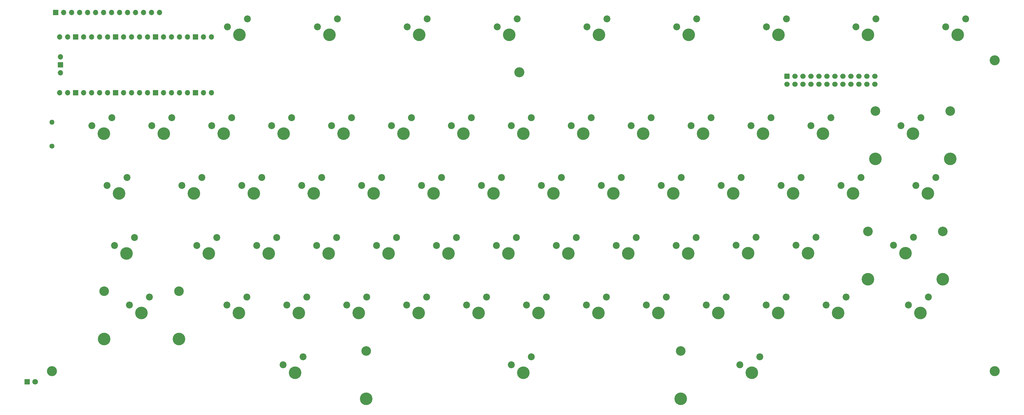
<source format=gts>
G04 #@! TF.GenerationSoftware,KiCad,Pcbnew,(6.0.1)*
G04 #@! TF.CreationDate,2022-09-12T21:23:08-07:00*
G04 #@! TF.ProjectId,Atari130MX_wasdkb,41746172-6931-4333-904d-585f77617364,Ds*
G04 #@! TF.SameCoordinates,Original*
G04 #@! TF.FileFunction,Soldermask,Top*
G04 #@! TF.FilePolarity,Negative*
%FSLAX46Y46*%
G04 Gerber Fmt 4.6, Leading zero omitted, Abs format (unit mm)*
G04 Created by KiCad (PCBNEW (6.0.1)) date 2022-09-12 21:23:08*
%MOMM*%
%LPD*%
G01*
G04 APERTURE LIST*
G04 Aperture macros list*
%AMRoundRect*
0 Rectangle with rounded corners*
0 $1 Rounding radius*
0 $2 $3 $4 $5 $6 $7 $8 $9 X,Y pos of 4 corners*
0 Add a 4 corners polygon primitive as box body*
4,1,4,$2,$3,$4,$5,$6,$7,$8,$9,$2,$3,0*
0 Add four circle primitives for the rounded corners*
1,1,$1+$1,$2,$3*
1,1,$1+$1,$4,$5*
1,1,$1+$1,$6,$7*
1,1,$1+$1,$8,$9*
0 Add four rect primitives between the rounded corners*
20,1,$1+$1,$2,$3,$4,$5,0*
20,1,$1+$1,$4,$5,$6,$7,0*
20,1,$1+$1,$6,$7,$8,$9,0*
20,1,$1+$1,$8,$9,$2,$3,0*%
G04 Aperture macros list end*
%ADD10C,2.200000*%
%ADD11C,4.000000*%
%ADD12C,3.050000*%
%ADD13C,3.200000*%
%ADD14RoundRect,0.250000X-0.600000X0.600000X-0.600000X-0.600000X0.600000X-0.600000X0.600000X0.600000X0*%
%ADD15C,1.700000*%
%ADD16O,1.700000X1.700000*%
%ADD17R,1.700000X1.700000*%
%ADD18O,1.600000X1.600000*%
%ADD19C,1.600000*%
%ADD20C,1.800000*%
%ADD21R,1.800000X1.800000*%
G04 APERTURE END LIST*
D10*
X315861550Y-116130000D03*
X309511550Y-118670000D03*
D11*
X313321550Y-121210000D03*
D12*
X53777800Y-114304375D03*
D11*
X65671550Y-121210000D03*
X77577800Y-129544375D03*
X53777800Y-129544375D03*
D12*
X77577800Y-114304375D03*
D10*
X68211550Y-116130000D03*
X61861550Y-118670000D03*
D12*
X296665300Y-95254375D03*
D11*
X308559050Y-102160000D03*
X320465300Y-110494375D03*
X296665300Y-110494375D03*
D12*
X320465300Y-95254375D03*
D10*
X311099050Y-97080000D03*
X304749050Y-99620000D03*
X63449050Y-97150000D03*
X57099050Y-99690000D03*
D11*
X60909050Y-102230000D03*
D10*
X318242800Y-78030000D03*
X311892800Y-80570000D03*
D11*
X315702800Y-83110000D03*
D10*
X61067800Y-78055400D03*
X54717800Y-80595400D03*
D11*
X58527800Y-83135400D03*
D12*
X322834050Y-56916250D03*
D11*
X310940300Y-64060000D03*
D12*
X299034050Y-56916250D03*
D11*
X322834050Y-72156250D03*
X299034050Y-72156250D03*
D10*
X313480300Y-58980000D03*
X307130300Y-61520000D03*
D12*
X237121550Y-133354375D03*
X137121550Y-133354375D03*
D11*
X137121550Y-148594375D03*
X237121550Y-148594375D03*
X187115300Y-140260000D03*
D10*
X189655300Y-135180000D03*
X183305300Y-137720000D03*
X117027175Y-135180000D03*
X110677175Y-137720000D03*
D11*
X114487175Y-140260000D03*
D10*
X262283425Y-135180000D03*
X255933425Y-137720000D03*
D11*
X259743425Y-140260000D03*
D13*
X185810000Y-44550000D03*
X336940000Y-139800000D03*
X336940000Y-40740000D03*
X37220000Y-139800000D03*
D14*
X270900000Y-45820000D03*
D15*
X273440000Y-45820000D03*
X275980000Y-45820000D03*
X278520000Y-45820000D03*
X281060000Y-45820000D03*
X283600000Y-45820000D03*
X286140000Y-45820000D03*
X288680000Y-45820000D03*
X291220000Y-45820000D03*
X293760000Y-45820000D03*
X296300000Y-45820000D03*
X298840000Y-45820000D03*
X270900000Y-48360000D03*
X273440000Y-48360000D03*
X275980000Y-48360000D03*
X278520000Y-48360000D03*
X281060000Y-48360000D03*
X283600000Y-48360000D03*
X286140000Y-48360000D03*
X288680000Y-48360000D03*
X291220000Y-48360000D03*
X293760000Y-48360000D03*
X296300000Y-48360000D03*
X298840000Y-48360000D03*
D16*
X87970000Y-51025000D03*
X85430000Y-51025000D03*
D17*
X82890000Y-51025000D03*
D16*
X80350000Y-51025000D03*
X77810000Y-51025000D03*
X75270000Y-51025000D03*
X72730000Y-51025000D03*
D17*
X70190000Y-51025000D03*
D16*
X67650000Y-51025000D03*
X65110000Y-51025000D03*
X62570000Y-51025000D03*
X60030000Y-51025000D03*
D17*
X57490000Y-51025000D03*
D16*
X54950000Y-51025000D03*
X52410000Y-51025000D03*
X49870000Y-51025000D03*
X47330000Y-51025000D03*
D17*
X44790000Y-51025000D03*
D16*
X42250000Y-51025000D03*
X39710000Y-51025000D03*
X39710000Y-33245000D03*
X42250000Y-33245000D03*
D17*
X44790000Y-33245000D03*
D16*
X47330000Y-33245000D03*
X49870000Y-33245000D03*
X52410000Y-33245000D03*
X54950000Y-33245000D03*
D17*
X57490000Y-33245000D03*
D16*
X60030000Y-33245000D03*
X62570000Y-33245000D03*
X65110000Y-33245000D03*
X67650000Y-33245000D03*
D17*
X70190000Y-33245000D03*
D16*
X72730000Y-33245000D03*
X75270000Y-33245000D03*
X77810000Y-33245000D03*
X80350000Y-33245000D03*
D17*
X82890000Y-33245000D03*
D16*
X85430000Y-33245000D03*
X87970000Y-33245000D03*
X39940000Y-44675000D03*
D17*
X39940000Y-42135000D03*
D16*
X39940000Y-39595000D03*
D10*
X185125000Y-27530000D03*
D11*
X182585000Y-32610000D03*
D10*
X178775000Y-30070000D03*
X156550000Y-27530000D03*
D11*
X154010000Y-32610000D03*
D10*
X150200000Y-30070000D03*
X127975000Y-27530000D03*
D11*
X125435000Y-32610000D03*
D10*
X121625000Y-30070000D03*
X99400000Y-27530000D03*
D11*
X96860000Y-32610000D03*
D10*
X93050000Y-30070000D03*
D18*
X37220000Y-60425000D03*
D19*
X37220000Y-68045000D03*
D17*
X38440000Y-25500000D03*
D16*
X40980000Y-25500000D03*
X43520000Y-25500000D03*
X46060000Y-25500000D03*
X48600000Y-25500000D03*
X51140000Y-25500000D03*
X53680000Y-25500000D03*
X56220000Y-25500000D03*
X58760000Y-25500000D03*
X61300000Y-25500000D03*
X63840000Y-25500000D03*
X66380000Y-25500000D03*
X68920000Y-25500000D03*
X71460000Y-25500000D03*
D10*
X242200000Y-27530000D03*
D11*
X239660000Y-32610000D03*
D10*
X235850000Y-30070000D03*
X270700000Y-27530000D03*
D11*
X268160000Y-32610000D03*
D10*
X264350000Y-30070000D03*
X327700000Y-27530000D03*
D11*
X325160000Y-32610000D03*
D10*
X321350000Y-30070000D03*
X299200000Y-27530000D03*
D11*
X296660000Y-32610000D03*
D10*
X292850000Y-30070000D03*
X213700000Y-27530000D03*
D11*
X211160000Y-32610000D03*
D10*
X207350000Y-30070000D03*
D20*
X31900000Y-143200000D03*
D21*
X29360000Y-143200000D03*
D11*
X96627800Y-121210000D03*
D10*
X92817800Y-118670000D03*
X99167800Y-116130000D03*
X180130300Y-78030000D03*
X173780300Y-80570000D03*
D11*
X177590300Y-83110000D03*
X115677800Y-121210000D03*
D10*
X111867800Y-118670000D03*
X118217800Y-116130000D03*
X103930300Y-78030000D03*
X97580300Y-80570000D03*
D11*
X101390300Y-83110000D03*
X153777800Y-121210000D03*
D10*
X149967800Y-118670000D03*
X156317800Y-116130000D03*
X199180300Y-78030000D03*
X192830300Y-80570000D03*
D11*
X196640300Y-83110000D03*
D10*
X161080300Y-78030000D03*
X154730300Y-80570000D03*
D11*
X158540300Y-83110000D03*
D10*
X280142800Y-97080000D03*
X273792800Y-99620000D03*
D11*
X277602800Y-102160000D03*
X268077800Y-121210000D03*
D10*
X264267800Y-118670000D03*
X270617800Y-116130000D03*
D11*
X287127800Y-121210000D03*
D10*
X283317800Y-118670000D03*
X289667800Y-116130000D03*
D11*
X106152800Y-102230000D03*
D10*
X102342800Y-99690000D03*
X108692800Y-97150000D03*
X142030300Y-78030000D03*
X135680300Y-80570000D03*
D11*
X139490300Y-83110000D03*
X82340300Y-83110000D03*
D10*
X78530300Y-80570000D03*
X84880300Y-78030000D03*
X261092800Y-97080000D03*
X254742800Y-99620000D03*
D11*
X258552800Y-102160000D03*
X249027800Y-121210000D03*
D10*
X245217800Y-118670000D03*
X251567800Y-116130000D03*
X256330300Y-78030000D03*
X249980300Y-80570000D03*
D11*
X253790300Y-83110000D03*
D10*
X237280300Y-78030000D03*
X230930300Y-80570000D03*
D11*
X234740300Y-83110000D03*
X191877800Y-121210000D03*
D10*
X188067800Y-118670000D03*
X194417800Y-116130000D03*
D11*
X210927800Y-121210000D03*
D10*
X207117800Y-118670000D03*
X213467800Y-116130000D03*
D11*
X263315300Y-64060000D03*
D10*
X259505300Y-61520000D03*
X265855300Y-58980000D03*
D11*
X239502800Y-102230000D03*
D10*
X235692800Y-99690000D03*
X242042800Y-97150000D03*
D11*
X220452800Y-102230000D03*
D10*
X216642800Y-99690000D03*
X222992800Y-97150000D03*
D11*
X201402800Y-102230000D03*
D10*
X197592800Y-99690000D03*
X203942800Y-97150000D03*
X218230300Y-78030000D03*
X211880300Y-80570000D03*
D11*
X215690300Y-83110000D03*
X182352800Y-102230000D03*
D10*
X178542800Y-99690000D03*
X184892800Y-97150000D03*
D11*
X282365300Y-64060000D03*
D10*
X278555300Y-61520000D03*
X284905300Y-58980000D03*
D11*
X163302800Y-102230000D03*
D10*
X159492800Y-99690000D03*
X165842800Y-97150000D03*
D11*
X144252800Y-102230000D03*
D10*
X140442800Y-99690000D03*
X146792800Y-97150000D03*
D11*
X53760000Y-64060000D03*
D10*
X49950000Y-61520000D03*
X56300000Y-58980000D03*
X294430300Y-78030000D03*
X288080300Y-80570000D03*
D11*
X291890300Y-83110000D03*
D10*
X122980300Y-78030000D03*
X116630300Y-80570000D03*
D11*
X120440300Y-83110000D03*
D10*
X275380300Y-78030000D03*
X269030300Y-80570000D03*
D11*
X272840300Y-83110000D03*
X125202800Y-102230000D03*
D10*
X121392800Y-99690000D03*
X127742800Y-97150000D03*
D11*
X229977800Y-121210000D03*
D10*
X226167800Y-118670000D03*
X232517800Y-116130000D03*
D11*
X134727800Y-121210000D03*
D10*
X130917800Y-118670000D03*
X137267800Y-116130000D03*
D11*
X172827800Y-121210000D03*
D10*
X169017800Y-118670000D03*
X175367800Y-116130000D03*
D11*
X87102800Y-102230000D03*
D10*
X83292800Y-99690000D03*
X89642800Y-97150000D03*
D11*
X225215300Y-64060000D03*
D10*
X221405300Y-61520000D03*
X227755300Y-58980000D03*
D11*
X206165300Y-64060000D03*
D10*
X202355300Y-61520000D03*
X208705300Y-58980000D03*
D11*
X187115300Y-64060000D03*
D10*
X183305300Y-61520000D03*
X189655300Y-58980000D03*
D11*
X168065300Y-64060000D03*
D10*
X164255300Y-61520000D03*
X170605300Y-58980000D03*
D11*
X149015300Y-64060000D03*
D10*
X145205300Y-61520000D03*
X151555300Y-58980000D03*
D11*
X129965300Y-64060000D03*
D10*
X126155300Y-61520000D03*
X132505300Y-58980000D03*
D11*
X110915300Y-64060000D03*
D10*
X107105300Y-61520000D03*
X113455300Y-58980000D03*
D11*
X91865300Y-64060000D03*
D10*
X88055300Y-61520000D03*
X94405300Y-58980000D03*
D11*
X72815300Y-64060000D03*
D10*
X69005300Y-61520000D03*
X75355300Y-58980000D03*
D11*
X244265300Y-64060000D03*
D10*
X240455300Y-61520000D03*
X246805300Y-58980000D03*
M02*

</source>
